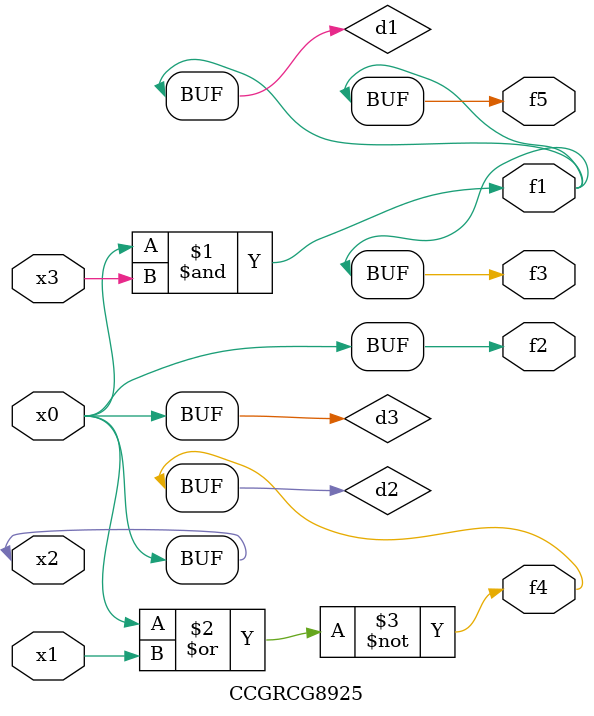
<source format=v>
module CCGRCG8925(
	input x0, x1, x2, x3,
	output f1, f2, f3, f4, f5
);

	wire d1, d2, d3;

	and (d1, x2, x3);
	nor (d2, x0, x1);
	buf (d3, x0, x2);
	assign f1 = d1;
	assign f2 = d3;
	assign f3 = d1;
	assign f4 = d2;
	assign f5 = d1;
endmodule

</source>
